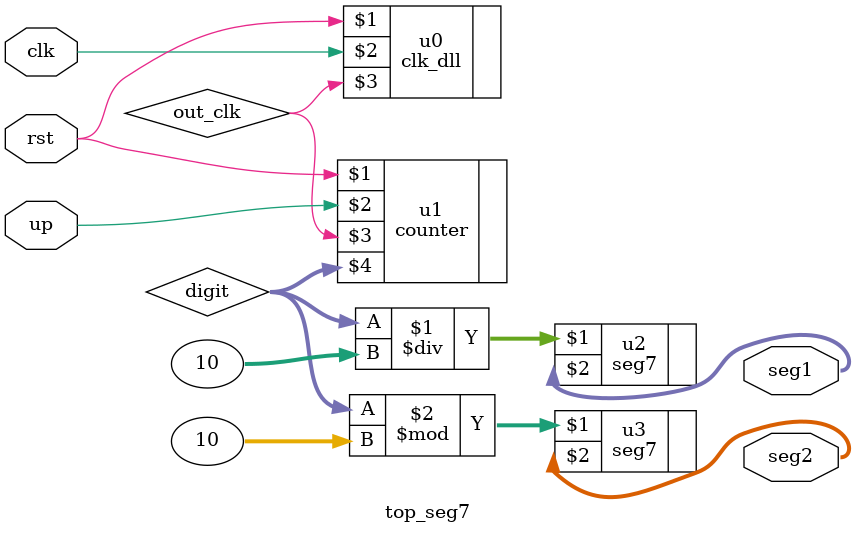
<source format=v>
module top_seg7 (
    rst,
    up,
    clk,
    seg1,
    seg2
);
  input rst, up, clk;

  output [6:0] seg1, seg2;

  wire [6:0] digit;
  wire out_clk;

  // 50MHz -> 1Hz  divide
  clk_dll u0 (
      rst,
      clk,
      out_clk
  );

  // counter 
  counter u1 (
      rst,
      up,
      out_clk,
      digit
  );

  // 7-segment decoder   
  seg7 u2 (
      digit / 10,
      seg1
  );
  seg7 u3 (
      digit % 10,
      seg2
  );

endmodule

</source>
